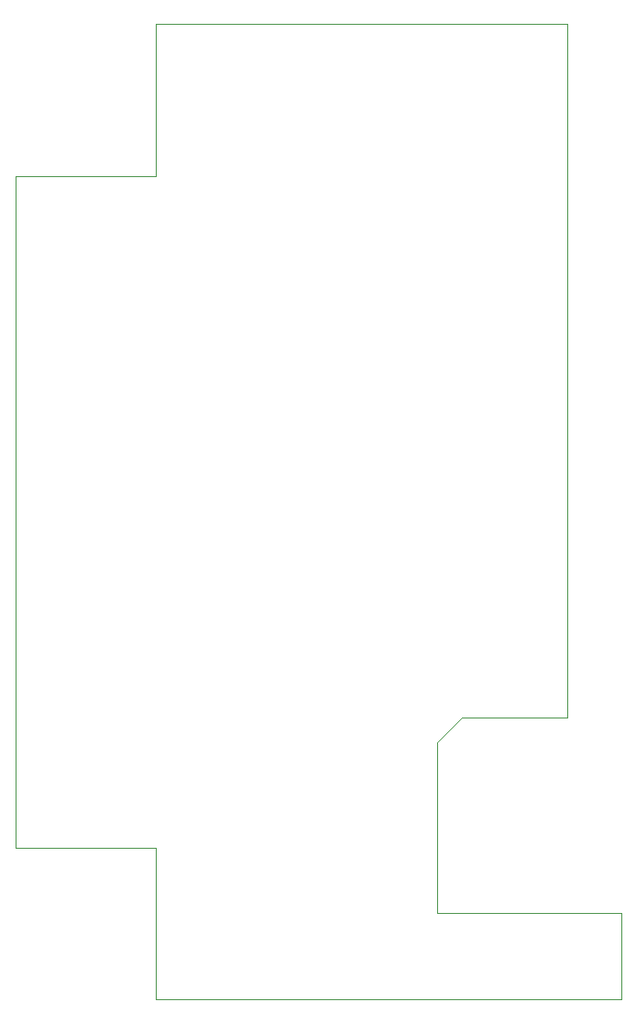
<source format=gbr>
G04 --- HEADER BEGIN --- *
%TF.GenerationSoftware,LibrePCB,LibrePCB,0.1.3*%
%TF.CreationDate,2019-12-12T00:16:35*%
%TF.ProjectId,Gfro?rli Hardware - Board,40295ca7-128f-4c1e-90ec-79de77364cdf,v2*%
%TF.Part,Single*%
%FSLAX66Y66*%
%MOMM*%
G01*
G74*
G04 --- HEADER END --- *
G04 --- APERTURE LIST BEGIN --- *
%ADD10C,0.001*%
G04 --- APERTURE LIST END --- *
G04 --- BOARD BEGIN --- *
D10*
X0Y14000000D02*
X0Y14000000D01*
X13000000Y14000000D01*
X13000000Y0D01*
X56000000Y0D01*
X56000000Y8000000D01*
X39000000Y8000000D01*
X39000000Y23700000D01*
X41300000Y26000000D01*
X51000000Y26000000D01*
X51000000Y90000000D01*
X13000000Y90000000D01*
X13000000Y76000000D01*
X0Y76000000D01*
X0Y14000000D01*
G04 --- BOARD END --- *
%TF.MD5,4363fbc03191e0ba8e0c83e3191ceb5b*%
M02*

</source>
